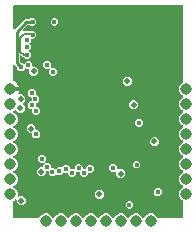
<source format=gbr>
G04 EAGLE Gerber RS-274X export*
G75*
%MOMM*%
%FSLAX34Y34*%
%LPD*%
%INCopper Layer 2*%
%IPPOS*%
%AMOC8*
5,1,8,0,0,1.08239X$1,22.5*%
G01*
%ADD10C,0.975000*%
%ADD11C,0.403200*%
%ADD12C,0.503200*%
%ADD13C,0.254000*%
%ADD14C,0.152400*%

G36*
X23873Y653D02*
X23873Y653D01*
X23989Y670D01*
X23995Y673D01*
X24001Y674D01*
X24103Y728D01*
X24208Y782D01*
X24213Y786D01*
X24218Y789D01*
X24298Y873D01*
X24380Y957D01*
X24384Y964D01*
X24388Y967D01*
X24395Y984D01*
X24461Y1104D01*
X24820Y1970D01*
X26549Y3699D01*
X28808Y4635D01*
X31253Y4635D01*
X33511Y3699D01*
X35240Y1970D01*
X35599Y1104D01*
X35660Y1005D01*
X35720Y905D01*
X35725Y900D01*
X35729Y895D01*
X35819Y821D01*
X35907Y745D01*
X35913Y742D01*
X35918Y738D01*
X36026Y697D01*
X36136Y653D01*
X36143Y652D01*
X36148Y650D01*
X36166Y649D01*
X36302Y634D01*
X36458Y634D01*
X36573Y653D01*
X36689Y670D01*
X36695Y673D01*
X36701Y674D01*
X36803Y728D01*
X36908Y782D01*
X36913Y786D01*
X36918Y789D01*
X36998Y873D01*
X37080Y957D01*
X37084Y964D01*
X37088Y967D01*
X37095Y984D01*
X37161Y1104D01*
X37520Y1970D01*
X39249Y3699D01*
X41508Y4635D01*
X43953Y4635D01*
X46211Y3699D01*
X47940Y1970D01*
X48299Y1104D01*
X48360Y1005D01*
X48420Y905D01*
X48425Y900D01*
X48429Y895D01*
X48519Y821D01*
X48607Y745D01*
X48613Y742D01*
X48618Y738D01*
X48726Y697D01*
X48836Y653D01*
X48843Y652D01*
X48848Y650D01*
X48866Y649D01*
X49002Y634D01*
X49158Y634D01*
X49273Y653D01*
X49389Y670D01*
X49395Y673D01*
X49401Y674D01*
X49503Y728D01*
X49608Y782D01*
X49613Y786D01*
X49618Y789D01*
X49698Y873D01*
X49780Y957D01*
X49784Y964D01*
X49788Y967D01*
X49795Y984D01*
X49861Y1104D01*
X50220Y1970D01*
X51949Y3699D01*
X54208Y4635D01*
X56653Y4635D01*
X58911Y3699D01*
X60640Y1970D01*
X60999Y1104D01*
X61060Y1005D01*
X61120Y905D01*
X61125Y900D01*
X61129Y895D01*
X61219Y821D01*
X61307Y745D01*
X61313Y742D01*
X61318Y738D01*
X61426Y697D01*
X61536Y653D01*
X61543Y652D01*
X61548Y650D01*
X61566Y649D01*
X61702Y634D01*
X61858Y634D01*
X61973Y653D01*
X62089Y670D01*
X62095Y673D01*
X62101Y674D01*
X62203Y728D01*
X62308Y782D01*
X62313Y786D01*
X62318Y789D01*
X62398Y873D01*
X62480Y957D01*
X62484Y964D01*
X62488Y967D01*
X62495Y984D01*
X62561Y1104D01*
X62920Y1970D01*
X64649Y3699D01*
X66908Y4635D01*
X69353Y4635D01*
X71611Y3699D01*
X73340Y1970D01*
X73699Y1104D01*
X73760Y1005D01*
X73820Y905D01*
X73825Y900D01*
X73829Y895D01*
X73919Y821D01*
X74007Y745D01*
X74013Y742D01*
X74018Y738D01*
X74126Y697D01*
X74236Y653D01*
X74243Y652D01*
X74248Y650D01*
X74266Y649D01*
X74402Y634D01*
X74558Y634D01*
X74673Y653D01*
X74789Y670D01*
X74795Y673D01*
X74801Y674D01*
X74903Y728D01*
X75008Y782D01*
X75013Y786D01*
X75018Y789D01*
X75098Y873D01*
X75180Y957D01*
X75184Y964D01*
X75188Y967D01*
X75195Y984D01*
X75261Y1104D01*
X75620Y1970D01*
X77349Y3699D01*
X79608Y4635D01*
X82053Y4635D01*
X84311Y3699D01*
X86040Y1970D01*
X86399Y1104D01*
X86460Y1005D01*
X86520Y905D01*
X86525Y900D01*
X86529Y895D01*
X86619Y821D01*
X86707Y745D01*
X86713Y742D01*
X86718Y738D01*
X86826Y697D01*
X86936Y653D01*
X86943Y652D01*
X86948Y650D01*
X86966Y649D01*
X87102Y634D01*
X87258Y634D01*
X87373Y653D01*
X87489Y670D01*
X87495Y673D01*
X87501Y674D01*
X87603Y728D01*
X87708Y782D01*
X87713Y786D01*
X87718Y789D01*
X87798Y873D01*
X87880Y957D01*
X87884Y964D01*
X87888Y967D01*
X87895Y984D01*
X87961Y1104D01*
X88320Y1970D01*
X90049Y3699D01*
X92308Y4635D01*
X94753Y4635D01*
X97011Y3699D01*
X98740Y1970D01*
X99099Y1104D01*
X99160Y1005D01*
X99220Y905D01*
X99225Y900D01*
X99229Y895D01*
X99319Y821D01*
X99407Y745D01*
X99413Y742D01*
X99418Y738D01*
X99526Y697D01*
X99636Y653D01*
X99643Y652D01*
X99648Y650D01*
X99666Y649D01*
X99802Y634D01*
X99958Y634D01*
X100073Y653D01*
X100189Y670D01*
X100195Y673D01*
X100201Y674D01*
X100303Y728D01*
X100408Y782D01*
X100413Y786D01*
X100418Y789D01*
X100498Y873D01*
X100580Y957D01*
X100584Y964D01*
X100588Y967D01*
X100595Y984D01*
X100661Y1104D01*
X101020Y1970D01*
X102749Y3699D01*
X105008Y4635D01*
X107453Y4635D01*
X109711Y3699D01*
X111440Y1970D01*
X111799Y1104D01*
X111860Y1005D01*
X111920Y905D01*
X111925Y900D01*
X111929Y895D01*
X112019Y821D01*
X112107Y745D01*
X112113Y742D01*
X112118Y738D01*
X112226Y697D01*
X112336Y653D01*
X112343Y652D01*
X112348Y650D01*
X112366Y649D01*
X112502Y634D01*
X112658Y634D01*
X112773Y653D01*
X112889Y670D01*
X112895Y673D01*
X112901Y674D01*
X113003Y728D01*
X113108Y782D01*
X113113Y786D01*
X113118Y789D01*
X113198Y873D01*
X113280Y957D01*
X113284Y964D01*
X113288Y967D01*
X113295Y984D01*
X113361Y1104D01*
X113720Y1970D01*
X115449Y3699D01*
X117708Y4635D01*
X120153Y4635D01*
X122411Y3699D01*
X124140Y1970D01*
X124499Y1104D01*
X124560Y1005D01*
X124620Y905D01*
X124625Y900D01*
X124629Y895D01*
X124719Y821D01*
X124807Y745D01*
X124813Y742D01*
X124818Y738D01*
X124926Y697D01*
X125036Y653D01*
X125043Y652D01*
X125048Y650D01*
X125066Y649D01*
X125202Y634D01*
X145837Y634D01*
X145856Y637D01*
X145876Y635D01*
X145977Y657D01*
X146079Y674D01*
X146097Y683D01*
X146116Y687D01*
X146205Y741D01*
X146297Y789D01*
X146310Y803D01*
X146327Y814D01*
X146395Y892D01*
X146466Y967D01*
X146474Y985D01*
X146487Y1001D01*
X146526Y1097D01*
X146570Y1190D01*
X146572Y1210D01*
X146579Y1229D01*
X146598Y1395D01*
X146598Y15127D01*
X146596Y15135D01*
X146597Y15137D01*
X146594Y15151D01*
X146579Y15241D01*
X146562Y15358D01*
X146559Y15363D01*
X146558Y15369D01*
X146504Y15472D01*
X146450Y15577D01*
X146446Y15581D01*
X146443Y15587D01*
X146359Y15667D01*
X146275Y15749D01*
X146268Y15753D01*
X146265Y15756D01*
X146248Y15764D01*
X146128Y15830D01*
X145586Y16054D01*
X143857Y17783D01*
X142921Y20042D01*
X142921Y22487D01*
X143857Y24746D01*
X145586Y26475D01*
X146128Y26699D01*
X146227Y26761D01*
X146327Y26821D01*
X146332Y26825D01*
X146337Y26829D01*
X146411Y26918D01*
X146487Y27008D01*
X146490Y27013D01*
X146494Y27018D01*
X146535Y27126D01*
X146579Y27236D01*
X146580Y27243D01*
X146582Y27248D01*
X146583Y27266D01*
X146598Y27402D01*
X146598Y27827D01*
X146579Y27941D01*
X146562Y28058D01*
X146559Y28063D01*
X146558Y28069D01*
X146504Y28172D01*
X146450Y28277D01*
X146446Y28281D01*
X146443Y28287D01*
X146359Y28367D01*
X146275Y28449D01*
X146268Y28453D01*
X146265Y28456D01*
X146248Y28464D01*
X146128Y28530D01*
X145586Y28754D01*
X143857Y30483D01*
X142921Y32742D01*
X142921Y35187D01*
X143857Y37446D01*
X145586Y39175D01*
X146128Y39399D01*
X146227Y39461D01*
X146327Y39521D01*
X146332Y39525D01*
X146337Y39529D01*
X146411Y39618D01*
X146487Y39708D01*
X146490Y39713D01*
X146494Y39718D01*
X146535Y39826D01*
X146579Y39936D01*
X146580Y39943D01*
X146582Y39948D01*
X146583Y39966D01*
X146598Y40102D01*
X146598Y40527D01*
X146579Y40641D01*
X146562Y40758D01*
X146559Y40763D01*
X146558Y40769D01*
X146504Y40872D01*
X146450Y40977D01*
X146446Y40981D01*
X146443Y40987D01*
X146359Y41067D01*
X146275Y41149D01*
X146268Y41153D01*
X146265Y41156D01*
X146248Y41164D01*
X146128Y41230D01*
X145586Y41454D01*
X143857Y43183D01*
X142921Y45442D01*
X142921Y47887D01*
X143857Y50146D01*
X145586Y51875D01*
X146128Y52099D01*
X146227Y52161D01*
X146327Y52221D01*
X146332Y52225D01*
X146337Y52229D01*
X146411Y52318D01*
X146487Y52408D01*
X146490Y52413D01*
X146494Y52418D01*
X146535Y52526D01*
X146579Y52636D01*
X146580Y52643D01*
X146582Y52648D01*
X146583Y52666D01*
X146598Y52802D01*
X146598Y53227D01*
X146579Y53341D01*
X146562Y53458D01*
X146559Y53463D01*
X146558Y53469D01*
X146504Y53572D01*
X146450Y53677D01*
X146446Y53681D01*
X146443Y53687D01*
X146359Y53767D01*
X146275Y53849D01*
X146268Y53853D01*
X146265Y53856D01*
X146248Y53864D01*
X146128Y53930D01*
X145586Y54154D01*
X143857Y55883D01*
X142921Y58142D01*
X142921Y60587D01*
X143857Y62846D01*
X145586Y64575D01*
X146128Y64799D01*
X146227Y64861D01*
X146327Y64921D01*
X146332Y64925D01*
X146337Y64929D01*
X146411Y65018D01*
X146487Y65108D01*
X146490Y65113D01*
X146494Y65118D01*
X146535Y65226D01*
X146579Y65336D01*
X146580Y65343D01*
X146582Y65348D01*
X146583Y65366D01*
X146598Y65502D01*
X146598Y65927D01*
X146579Y66041D01*
X146562Y66158D01*
X146559Y66163D01*
X146558Y66169D01*
X146504Y66272D01*
X146450Y66377D01*
X146446Y66381D01*
X146443Y66387D01*
X146359Y66467D01*
X146275Y66549D01*
X146268Y66553D01*
X146265Y66556D01*
X146248Y66564D01*
X146128Y66630D01*
X145586Y66854D01*
X143857Y68583D01*
X142921Y70842D01*
X142921Y73287D01*
X143857Y75546D01*
X145586Y77275D01*
X146128Y77499D01*
X146226Y77560D01*
X146327Y77621D01*
X146332Y77625D01*
X146337Y77629D01*
X146411Y77718D01*
X146487Y77808D01*
X146490Y77813D01*
X146494Y77818D01*
X146535Y77926D01*
X146579Y78036D01*
X146580Y78043D01*
X146582Y78048D01*
X146583Y78066D01*
X146598Y78202D01*
X146598Y78627D01*
X146579Y78741D01*
X146562Y78858D01*
X146559Y78863D01*
X146558Y78869D01*
X146504Y78972D01*
X146450Y79077D01*
X146446Y79081D01*
X146443Y79087D01*
X146359Y79167D01*
X146275Y79249D01*
X146268Y79253D01*
X146265Y79256D01*
X146248Y79264D01*
X146128Y79330D01*
X145586Y79554D01*
X143857Y81283D01*
X142921Y83542D01*
X142921Y85987D01*
X143857Y88246D01*
X145586Y89975D01*
X146128Y90199D01*
X146227Y90261D01*
X146327Y90321D01*
X146332Y90325D01*
X146337Y90329D01*
X146411Y90418D01*
X146487Y90508D01*
X146490Y90513D01*
X146494Y90518D01*
X146535Y90626D01*
X146579Y90736D01*
X146580Y90743D01*
X146582Y90748D01*
X146583Y90766D01*
X146598Y90902D01*
X146598Y91327D01*
X146579Y91441D01*
X146562Y91558D01*
X146559Y91563D01*
X146558Y91569D01*
X146504Y91672D01*
X146450Y91777D01*
X146446Y91781D01*
X146443Y91787D01*
X146359Y91867D01*
X146275Y91949D01*
X146268Y91953D01*
X146265Y91956D01*
X146248Y91964D01*
X146128Y92030D01*
X145586Y92254D01*
X143857Y93983D01*
X142921Y96242D01*
X142921Y98687D01*
X143857Y100946D01*
X145586Y102675D01*
X146128Y102899D01*
X146227Y102961D01*
X146327Y103021D01*
X146332Y103025D01*
X146337Y103029D01*
X146411Y103118D01*
X146487Y103208D01*
X146490Y103213D01*
X146494Y103218D01*
X146535Y103326D01*
X146579Y103436D01*
X146580Y103443D01*
X146582Y103448D01*
X146583Y103466D01*
X146598Y103602D01*
X146598Y104027D01*
X146579Y104141D01*
X146562Y104258D01*
X146559Y104263D01*
X146558Y104269D01*
X146504Y104372D01*
X146450Y104477D01*
X146446Y104481D01*
X146443Y104487D01*
X146359Y104567D01*
X146275Y104649D01*
X146268Y104653D01*
X146265Y104656D01*
X146248Y104664D01*
X146128Y104730D01*
X145586Y104954D01*
X143857Y106683D01*
X142921Y108942D01*
X142921Y111387D01*
X143857Y113646D01*
X145586Y115375D01*
X146128Y115599D01*
X146227Y115661D01*
X146327Y115721D01*
X146332Y115725D01*
X146337Y115729D01*
X146411Y115818D01*
X146487Y115908D01*
X146490Y115913D01*
X146494Y115918D01*
X146535Y116026D01*
X146579Y116136D01*
X146580Y116143D01*
X146582Y116148D01*
X146583Y116166D01*
X146598Y116302D01*
X146598Y180019D01*
X146595Y180038D01*
X146597Y180058D01*
X146575Y180159D01*
X146558Y180261D01*
X146549Y180279D01*
X146545Y180299D01*
X146491Y180388D01*
X146443Y180479D01*
X146429Y180493D01*
X146418Y180510D01*
X146340Y180577D01*
X146265Y180648D01*
X146247Y180657D01*
X146231Y180670D01*
X146135Y180708D01*
X146042Y180752D01*
X146022Y180754D01*
X146003Y180762D01*
X145837Y180780D01*
X3335Y180780D01*
X3315Y180777D01*
X3295Y180779D01*
X3194Y180757D01*
X3092Y180740D01*
X3074Y180731D01*
X3055Y180727D01*
X2966Y180673D01*
X2874Y180625D01*
X2861Y180611D01*
X2844Y180600D01*
X2776Y180522D01*
X2705Y180447D01*
X2697Y180429D01*
X2684Y180414D01*
X2645Y180317D01*
X2601Y180224D01*
X2599Y180204D01*
X2592Y180185D01*
X2573Y180019D01*
X2573Y161182D01*
X2585Y161111D01*
X2587Y161039D01*
X2605Y160990D01*
X2613Y160939D01*
X2647Y160876D01*
X2671Y160808D01*
X2704Y160768D01*
X2728Y160722D01*
X2780Y160672D01*
X2825Y160616D01*
X2869Y160588D01*
X2906Y160552D01*
X2971Y160522D01*
X3032Y160483D01*
X3082Y160471D01*
X3130Y160449D01*
X3201Y160441D01*
X3270Y160423D01*
X3322Y160427D01*
X3374Y160422D01*
X3444Y160437D01*
X3516Y160442D01*
X3563Y160463D01*
X3614Y160474D01*
X3676Y160511D01*
X3742Y160539D01*
X3798Y160583D01*
X3825Y160600D01*
X3841Y160618D01*
X3873Y160644D01*
X12770Y169541D01*
X16577Y169541D01*
X16667Y169555D01*
X16758Y169563D01*
X16788Y169575D01*
X16820Y169580D01*
X16901Y169623D01*
X16985Y169659D01*
X17017Y169685D01*
X17037Y169696D01*
X17060Y169719D01*
X17116Y169764D01*
X17639Y170287D01*
X20361Y170287D01*
X22287Y168361D01*
X22287Y165639D01*
X20361Y163713D01*
X17639Y163713D01*
X17116Y164236D01*
X17042Y164289D01*
X16972Y164349D01*
X16942Y164361D01*
X16916Y164380D01*
X16829Y164407D01*
X16744Y164441D01*
X16703Y164445D01*
X16681Y164452D01*
X16649Y164451D01*
X16577Y164459D01*
X15190Y164459D01*
X15100Y164445D01*
X15009Y164437D01*
X14979Y164425D01*
X14947Y164420D01*
X14867Y164377D01*
X14783Y164341D01*
X14751Y164315D01*
X14730Y164304D01*
X14708Y164281D01*
X14652Y164236D01*
X10666Y160250D01*
X10624Y160192D01*
X10574Y160140D01*
X10552Y160093D01*
X10522Y160050D01*
X10501Y159982D01*
X10471Y159917D01*
X10465Y159865D01*
X10450Y159815D01*
X10451Y159743D01*
X10444Y159672D01*
X10455Y159621D01*
X10456Y159569D01*
X10481Y159502D01*
X10496Y159432D01*
X10523Y159387D01*
X10540Y159338D01*
X10585Y159282D01*
X10622Y159221D01*
X10662Y159187D01*
X10694Y159146D01*
X10754Y159108D01*
X10809Y159061D01*
X10857Y159041D01*
X10901Y159013D01*
X10971Y158996D01*
X11037Y158969D01*
X11108Y158961D01*
X11140Y158953D01*
X11163Y158955D01*
X11204Y158950D01*
X16987Y158950D01*
X17077Y158965D01*
X17168Y158972D01*
X17198Y158985D01*
X17230Y158990D01*
X17310Y159033D01*
X17394Y159069D01*
X17426Y159094D01*
X17447Y159105D01*
X17468Y159128D01*
X17471Y159129D01*
X17474Y159133D01*
X17525Y159173D01*
X17639Y159287D01*
X20361Y159287D01*
X22287Y157361D01*
X22287Y154639D01*
X20361Y152713D01*
X18312Y152713D01*
X18292Y152710D01*
X18273Y152712D01*
X18171Y152690D01*
X18069Y152674D01*
X18052Y152664D01*
X18032Y152660D01*
X17943Y152607D01*
X17852Y152558D01*
X17838Y152544D01*
X17821Y152534D01*
X17754Y152455D01*
X17683Y152380D01*
X17674Y152362D01*
X17661Y152347D01*
X17622Y152251D01*
X17579Y152157D01*
X17577Y152137D01*
X17569Y152119D01*
X17551Y151952D01*
X17551Y150170D01*
X16485Y149104D01*
X16473Y149088D01*
X16457Y149075D01*
X16401Y148988D01*
X16341Y148904D01*
X16335Y148885D01*
X16324Y148869D01*
X16299Y148768D01*
X16269Y148669D01*
X16269Y148649D01*
X16264Y148630D01*
X16272Y148527D01*
X16275Y148423D01*
X16282Y148405D01*
X16283Y148385D01*
X16324Y148290D01*
X16359Y148192D01*
X16372Y148177D01*
X16380Y148158D01*
X16485Y148027D01*
X17486Y147026D01*
X17486Y144303D01*
X15990Y142807D01*
X15979Y142791D01*
X15963Y142779D01*
X15907Y142691D01*
X15847Y142608D01*
X15841Y142589D01*
X15830Y142572D01*
X15805Y142471D01*
X15774Y142373D01*
X15775Y142353D01*
X15770Y142333D01*
X15778Y142230D01*
X15781Y142127D01*
X15788Y142108D01*
X15789Y142088D01*
X15830Y141993D01*
X15865Y141896D01*
X15878Y141880D01*
X15886Y141862D01*
X15990Y141731D01*
X17361Y140360D01*
X17361Y137638D01*
X15436Y135712D01*
X12713Y135712D01*
X11682Y136743D01*
X11608Y136796D01*
X11538Y136856D01*
X11508Y136868D01*
X11482Y136887D01*
X11395Y136914D01*
X11310Y136948D01*
X11269Y136952D01*
X11247Y136959D01*
X11215Y136958D01*
X11144Y136966D01*
X10459Y136966D01*
X9243Y138183D01*
X9184Y138225D01*
X9132Y138274D01*
X9085Y138296D01*
X9043Y138326D01*
X8974Y138347D01*
X8909Y138378D01*
X8858Y138383D01*
X8808Y138399D01*
X8736Y138397D01*
X8665Y138405D01*
X8614Y138394D01*
X8562Y138392D01*
X8495Y138368D01*
X8425Y138353D01*
X8380Y138326D01*
X8331Y138308D01*
X8275Y138263D01*
X8213Y138226D01*
X8180Y138187D01*
X8139Y138154D01*
X8100Y138094D01*
X8054Y138039D01*
X8034Y137991D01*
X8006Y137947D01*
X7988Y137878D01*
X7962Y137811D01*
X7954Y137740D01*
X7946Y137709D01*
X7948Y137685D01*
X7943Y137645D01*
X7943Y133699D01*
X7958Y133609D01*
X7965Y133518D01*
X7978Y133488D01*
X7983Y133456D01*
X8026Y133376D01*
X8061Y133292D01*
X8087Y133260D01*
X8098Y133239D01*
X8121Y133217D01*
X8166Y133161D01*
X9184Y132143D01*
X9258Y132090D01*
X9327Y132030D01*
X9357Y132018D01*
X9384Y131999D01*
X9471Y131973D01*
X9555Y131938D01*
X9596Y131934D01*
X9619Y131927D01*
X9651Y131928D01*
X9722Y131920D01*
X10462Y131920D01*
X11079Y131303D01*
X11095Y131292D01*
X11107Y131276D01*
X11194Y131220D01*
X11278Y131160D01*
X11297Y131154D01*
X11314Y131143D01*
X11415Y131118D01*
X11513Y131087D01*
X11533Y131088D01*
X11553Y131083D01*
X11656Y131091D01*
X11759Y131094D01*
X11778Y131101D01*
X11798Y131102D01*
X11893Y131143D01*
X11990Y131178D01*
X12006Y131191D01*
X12024Y131198D01*
X12155Y131303D01*
X14139Y133287D01*
X16861Y133287D01*
X18787Y131361D01*
X18787Y129513D01*
X18790Y129493D01*
X18788Y129474D01*
X18810Y129372D01*
X18826Y129270D01*
X18836Y129253D01*
X18840Y129233D01*
X18893Y129144D01*
X18942Y129053D01*
X18956Y129039D01*
X18966Y129022D01*
X19045Y128955D01*
X19120Y128884D01*
X19138Y128875D01*
X19153Y128862D01*
X19249Y128824D01*
X19343Y128780D01*
X19363Y128778D01*
X19381Y128770D01*
X19548Y128752D01*
X21436Y128752D01*
X23655Y126534D01*
X23655Y123397D01*
X21436Y121178D01*
X18299Y121178D01*
X16081Y123397D01*
X16081Y125952D01*
X16078Y125972D01*
X16080Y125991D01*
X16058Y126093D01*
X16041Y126195D01*
X16032Y126212D01*
X16028Y126232D01*
X15975Y126321D01*
X15926Y126412D01*
X15912Y126426D01*
X15902Y126443D01*
X15823Y126510D01*
X15748Y126582D01*
X15730Y126590D01*
X15715Y126603D01*
X15618Y126642D01*
X15525Y126685D01*
X15505Y126687D01*
X15487Y126695D01*
X15320Y126713D01*
X14139Y126713D01*
X13522Y127330D01*
X13506Y127342D01*
X13493Y127357D01*
X13406Y127413D01*
X13322Y127474D01*
X13303Y127479D01*
X13286Y127490D01*
X13186Y127515D01*
X13087Y127546D01*
X13067Y127545D01*
X13048Y127550D01*
X12945Y127542D01*
X12841Y127540D01*
X12822Y127533D01*
X12803Y127531D01*
X12708Y127491D01*
X12610Y127455D01*
X12595Y127443D01*
X12576Y127435D01*
X12445Y127330D01*
X10462Y125347D01*
X7739Y125347D01*
X5814Y127272D01*
X5814Y128012D01*
X5799Y128102D01*
X5792Y128193D01*
X5779Y128222D01*
X5774Y128254D01*
X5731Y128335D01*
X5696Y128419D01*
X5670Y128451D01*
X5659Y128472D01*
X5636Y128494D01*
X5591Y128550D01*
X3873Y130268D01*
X3815Y130310D01*
X3763Y130359D01*
X3715Y130381D01*
X3673Y130411D01*
X3605Y130432D01*
X3540Y130463D01*
X3488Y130468D01*
X3438Y130484D01*
X3366Y130482D01*
X3295Y130490D01*
X3244Y130479D01*
X3192Y130477D01*
X3125Y130453D01*
X3055Y130437D01*
X3010Y130411D01*
X2961Y130393D01*
X2905Y130348D01*
X2844Y130311D01*
X2810Y130272D01*
X2769Y130239D01*
X2730Y130179D01*
X2684Y130124D01*
X2664Y130076D01*
X2636Y130032D01*
X2619Y129963D01*
X2592Y129896D01*
X2584Y129825D01*
X2576Y129794D01*
X2578Y129770D01*
X2573Y129729D01*
X2573Y117490D01*
X2592Y117375D01*
X2609Y117259D01*
X2612Y117253D01*
X2613Y117247D01*
X2667Y117145D01*
X2721Y117039D01*
X2725Y117035D01*
X2728Y117029D01*
X2812Y116950D01*
X2896Y116867D01*
X2903Y116864D01*
X2906Y116860D01*
X2923Y116852D01*
X3043Y116786D01*
X3759Y116490D01*
X4974Y115678D01*
X6007Y114645D01*
X6818Y113431D01*
X7377Y112081D01*
X7505Y111441D01*
X3335Y111441D01*
X3315Y111438D01*
X3295Y111440D01*
X3194Y111418D01*
X3092Y111401D01*
X3074Y111392D01*
X3055Y111388D01*
X2966Y111335D01*
X2874Y111286D01*
X2861Y111272D01*
X2844Y111262D01*
X2776Y111183D01*
X2705Y111108D01*
X2697Y111090D01*
X2684Y111075D01*
X2645Y110979D01*
X2601Y110885D01*
X2599Y110865D01*
X2592Y110847D01*
X2573Y110680D01*
X2573Y109156D01*
X2576Y109136D01*
X2574Y109116D01*
X2596Y109015D01*
X2613Y108913D01*
X2622Y108896D01*
X2627Y108876D01*
X2680Y108787D01*
X2728Y108696D01*
X2743Y108682D01*
X2753Y108665D01*
X2831Y108598D01*
X2906Y108526D01*
X2924Y108518D01*
X2940Y108505D01*
X3036Y108466D01*
X3130Y108423D01*
X3149Y108421D01*
X3168Y108413D01*
X3335Y108395D01*
X7505Y108395D01*
X7377Y107755D01*
X6872Y106534D01*
X6861Y106489D01*
X6842Y106448D01*
X6833Y106370D01*
X6815Y106294D01*
X6820Y106249D01*
X6815Y106203D01*
X6831Y106127D01*
X6839Y106050D01*
X6857Y106008D01*
X6867Y105963D01*
X6907Y105896D01*
X6939Y105825D01*
X6970Y105791D01*
X6993Y105752D01*
X7052Y105701D01*
X7105Y105644D01*
X7145Y105622D01*
X7180Y105592D01*
X7252Y105563D01*
X7320Y105525D01*
X7366Y105517D01*
X7408Y105500D01*
X7544Y105485D01*
X7563Y105481D01*
X7568Y105482D01*
X7575Y105481D01*
X10435Y105481D01*
X12653Y103263D01*
X12653Y100126D01*
X10690Y98163D01*
X10679Y98147D01*
X10663Y98135D01*
X10607Y98048D01*
X10547Y97964D01*
X10541Y97945D01*
X10530Y97928D01*
X10505Y97827D01*
X10475Y97729D01*
X10475Y97709D01*
X10470Y97689D01*
X10478Y97586D01*
X10481Y97483D01*
X10488Y97464D01*
X10489Y97444D01*
X10530Y97349D01*
X10565Y97252D01*
X10578Y97236D01*
X10586Y97218D01*
X10690Y97087D01*
X12493Y95284D01*
X12493Y92147D01*
X10275Y89929D01*
X7138Y89929D01*
X4932Y92135D01*
X4916Y92147D01*
X4903Y92162D01*
X4816Y92218D01*
X4732Y92279D01*
X4713Y92285D01*
X4696Y92295D01*
X4596Y92321D01*
X4497Y92351D01*
X4477Y92350D01*
X4458Y92355D01*
X4355Y92347D01*
X4251Y92345D01*
X4232Y92338D01*
X4212Y92336D01*
X4117Y92296D01*
X4020Y92260D01*
X4004Y92248D01*
X3986Y92240D01*
X3855Y92135D01*
X3728Y92008D01*
X3043Y91724D01*
X2943Y91662D01*
X2844Y91603D01*
X2840Y91598D01*
X2834Y91595D01*
X2759Y91504D01*
X2684Y91416D01*
X2681Y91410D01*
X2677Y91405D01*
X2636Y91297D01*
X2592Y91188D01*
X2591Y91180D01*
X2589Y91176D01*
X2588Y91157D01*
X2573Y91021D01*
X2573Y90715D01*
X2592Y90600D01*
X2609Y90484D01*
X2612Y90478D01*
X2613Y90472D01*
X2667Y90370D01*
X2721Y90265D01*
X2725Y90260D01*
X2728Y90255D01*
X2812Y90175D01*
X2896Y90093D01*
X2903Y90089D01*
X2906Y90085D01*
X2923Y90078D01*
X3043Y90012D01*
X3728Y89728D01*
X5457Y87999D01*
X6392Y85740D01*
X6392Y83295D01*
X5457Y81037D01*
X3728Y79308D01*
X3043Y79024D01*
X2943Y78962D01*
X2844Y78903D01*
X2840Y78898D01*
X2834Y78895D01*
X2759Y78804D01*
X2684Y78716D01*
X2681Y78710D01*
X2677Y78705D01*
X2636Y78597D01*
X2592Y78488D01*
X2591Y78480D01*
X2589Y78476D01*
X2588Y78457D01*
X2573Y78321D01*
X2573Y78015D01*
X2592Y77900D01*
X2609Y77784D01*
X2612Y77778D01*
X2613Y77772D01*
X2667Y77670D01*
X2721Y77565D01*
X2725Y77560D01*
X2728Y77555D01*
X2812Y77475D01*
X2896Y77393D01*
X2903Y77389D01*
X2906Y77385D01*
X2923Y77378D01*
X3043Y77312D01*
X3728Y77028D01*
X5457Y75299D01*
X6392Y73040D01*
X6392Y70595D01*
X5457Y68337D01*
X3728Y66608D01*
X3043Y66324D01*
X2943Y66262D01*
X2844Y66203D01*
X2840Y66198D01*
X2834Y66195D01*
X2759Y66104D01*
X2684Y66016D01*
X2681Y66010D01*
X2677Y66005D01*
X2636Y65897D01*
X2592Y65788D01*
X2591Y65780D01*
X2589Y65776D01*
X2588Y65757D01*
X2573Y65621D01*
X2573Y65315D01*
X2575Y65306D01*
X2574Y65301D01*
X2579Y65278D01*
X2592Y65200D01*
X2609Y65084D01*
X2612Y65078D01*
X2613Y65072D01*
X2667Y64970D01*
X2721Y64865D01*
X2725Y64860D01*
X2728Y64855D01*
X2812Y64775D01*
X2896Y64693D01*
X2903Y64689D01*
X2906Y64685D01*
X2923Y64678D01*
X3043Y64612D01*
X3728Y64328D01*
X5457Y62599D01*
X6392Y60340D01*
X6392Y57895D01*
X5457Y55637D01*
X3728Y53908D01*
X3043Y53624D01*
X2943Y53562D01*
X2844Y53503D01*
X2840Y53498D01*
X2834Y53495D01*
X2759Y53404D01*
X2684Y53316D01*
X2681Y53310D01*
X2677Y53305D01*
X2636Y53197D01*
X2592Y53088D01*
X2591Y53080D01*
X2589Y53076D01*
X2588Y53057D01*
X2573Y52921D01*
X2573Y52615D01*
X2592Y52500D01*
X2609Y52384D01*
X2612Y52378D01*
X2613Y52372D01*
X2667Y52270D01*
X2721Y52165D01*
X2725Y52160D01*
X2728Y52155D01*
X2812Y52075D01*
X2896Y51993D01*
X2903Y51989D01*
X2906Y51985D01*
X2923Y51978D01*
X3043Y51912D01*
X3728Y51628D01*
X5457Y49899D01*
X6392Y47640D01*
X6392Y45195D01*
X5457Y42937D01*
X3728Y41208D01*
X3043Y40924D01*
X2943Y40862D01*
X2941Y40861D01*
X2874Y40826D01*
X2864Y40815D01*
X2844Y40803D01*
X2840Y40798D01*
X2834Y40795D01*
X2761Y40706D01*
X2705Y40647D01*
X2698Y40633D01*
X2684Y40616D01*
X2681Y40610D01*
X2677Y40605D01*
X2639Y40504D01*
X2601Y40424D01*
X2599Y40407D01*
X2592Y40388D01*
X2591Y40380D01*
X2589Y40376D01*
X2588Y40357D01*
X2573Y40221D01*
X2573Y39915D01*
X2592Y39800D01*
X2609Y39684D01*
X2612Y39678D01*
X2613Y39672D01*
X2667Y39570D01*
X2721Y39465D01*
X2725Y39460D01*
X2728Y39455D01*
X2812Y39375D01*
X2896Y39293D01*
X2903Y39289D01*
X2906Y39285D01*
X2923Y39278D01*
X3043Y39212D01*
X3728Y38928D01*
X5457Y37199D01*
X6392Y34940D01*
X6392Y32495D01*
X5457Y30237D01*
X3728Y28508D01*
X3043Y28224D01*
X2943Y28162D01*
X2844Y28103D01*
X2840Y28098D01*
X2834Y28095D01*
X2759Y28004D01*
X2684Y27916D01*
X2681Y27910D01*
X2677Y27905D01*
X2636Y27797D01*
X2592Y27688D01*
X2591Y27680D01*
X2589Y27676D01*
X2588Y27657D01*
X2573Y27521D01*
X2573Y27215D01*
X2592Y27100D01*
X2609Y26984D01*
X2612Y26978D01*
X2613Y26972D01*
X2667Y26870D01*
X2721Y26765D01*
X2725Y26760D01*
X2728Y26755D01*
X2812Y26675D01*
X2896Y26593D01*
X2903Y26589D01*
X2906Y26585D01*
X2923Y26578D01*
X3043Y26512D01*
X3728Y26228D01*
X5457Y24499D01*
X6392Y22240D01*
X6392Y19685D01*
X6404Y19614D01*
X6406Y19542D01*
X6424Y19493D01*
X6432Y19442D01*
X6466Y19379D01*
X6490Y19311D01*
X6523Y19271D01*
X6547Y19225D01*
X6599Y19175D01*
X6644Y19119D01*
X6688Y19091D01*
X6726Y19055D01*
X6791Y19025D01*
X6851Y18986D01*
X6901Y18974D01*
X6949Y18952D01*
X7020Y18944D01*
X7089Y18926D01*
X7141Y18930D01*
X7193Y18925D01*
X7263Y18940D01*
X7335Y18945D01*
X7383Y18966D01*
X7433Y18977D01*
X7495Y19014D01*
X7561Y19042D01*
X7617Y19087D01*
X7645Y19103D01*
X7660Y19121D01*
X7692Y19147D01*
X7829Y19284D01*
X10967Y19284D01*
X13185Y17066D01*
X13185Y13929D01*
X10967Y11711D01*
X7829Y11711D01*
X5611Y13929D01*
X5611Y15853D01*
X5600Y15924D01*
X5598Y15996D01*
X5580Y16045D01*
X5571Y16096D01*
X5538Y16159D01*
X5513Y16227D01*
X5481Y16267D01*
X5456Y16313D01*
X5404Y16363D01*
X5360Y16419D01*
X5316Y16447D01*
X5278Y16483D01*
X5213Y16513D01*
X5153Y16552D01*
X5102Y16565D01*
X5055Y16586D01*
X4984Y16594D01*
X4914Y16612D01*
X4862Y16608D01*
X4811Y16614D01*
X4740Y16598D01*
X4669Y16593D01*
X4621Y16572D01*
X4570Y16561D01*
X4509Y16525D01*
X4443Y16496D01*
X4387Y16452D01*
X4359Y16435D01*
X4344Y16417D01*
X4312Y16392D01*
X3728Y15808D01*
X3043Y15524D01*
X2943Y15462D01*
X2844Y15403D01*
X2840Y15398D01*
X2834Y15395D01*
X2759Y15304D01*
X2684Y15216D01*
X2681Y15210D01*
X2677Y15205D01*
X2636Y15097D01*
X2592Y14988D01*
X2591Y14980D01*
X2589Y14976D01*
X2588Y14957D01*
X2573Y14821D01*
X2573Y1395D01*
X2576Y1376D01*
X2574Y1356D01*
X2596Y1255D01*
X2613Y1153D01*
X2622Y1135D01*
X2627Y1116D01*
X2680Y1027D01*
X2728Y935D01*
X2743Y922D01*
X2753Y905D01*
X2831Y837D01*
X2906Y766D01*
X2924Y758D01*
X2940Y745D01*
X3036Y706D01*
X3130Y662D01*
X3149Y660D01*
X3168Y653D01*
X3335Y634D01*
X23758Y634D01*
X23873Y653D01*
G37*
%LPC*%
G36*
X61280Y35807D02*
X61280Y35807D01*
X59355Y37733D01*
X59355Y38952D01*
X59351Y38972D01*
X59354Y38991D01*
X59332Y39093D01*
X59315Y39195D01*
X59306Y39212D01*
X59301Y39232D01*
X59248Y39321D01*
X59200Y39412D01*
X59185Y39426D01*
X59175Y39443D01*
X59097Y39510D01*
X59022Y39582D01*
X59003Y39590D01*
X58988Y39603D01*
X58892Y39642D01*
X58798Y39685D01*
X58779Y39687D01*
X58760Y39695D01*
X58593Y39713D01*
X56653Y39713D01*
X56633Y39710D01*
X56613Y39712D01*
X56512Y39690D01*
X56410Y39674D01*
X56392Y39664D01*
X56373Y39660D01*
X56284Y39607D01*
X56193Y39558D01*
X56179Y39544D01*
X56162Y39534D01*
X56094Y39455D01*
X56023Y39380D01*
X56015Y39362D01*
X56002Y39347D01*
X55963Y39251D01*
X55920Y39157D01*
X55917Y39137D01*
X55910Y39119D01*
X55891Y38952D01*
X55891Y37827D01*
X53966Y35902D01*
X51243Y35902D01*
X49318Y37827D01*
X49318Y38141D01*
X49315Y38161D01*
X49317Y38180D01*
X49295Y38282D01*
X49278Y38384D01*
X49269Y38401D01*
X49265Y38421D01*
X49211Y38510D01*
X49163Y38601D01*
X49149Y38615D01*
X49138Y38632D01*
X49060Y38699D01*
X48985Y38770D01*
X48967Y38779D01*
X48952Y38792D01*
X48855Y38831D01*
X48762Y38874D01*
X48742Y38876D01*
X48723Y38884D01*
X48557Y38902D01*
X46071Y38902D01*
X45945Y39028D01*
X45929Y39039D01*
X45917Y39055D01*
X45829Y39111D01*
X45746Y39171D01*
X45727Y39177D01*
X45710Y39188D01*
X45609Y39213D01*
X45510Y39244D01*
X45491Y39243D01*
X45471Y39248D01*
X45368Y39240D01*
X45265Y39237D01*
X45246Y39230D01*
X45226Y39229D01*
X45131Y39189D01*
X45034Y39153D01*
X45018Y39140D01*
X45000Y39133D01*
X44869Y39028D01*
X43114Y37273D01*
X40391Y37273D01*
X39776Y37888D01*
X39760Y37899D01*
X39747Y37915D01*
X39660Y37971D01*
X39576Y38031D01*
X39557Y38037D01*
X39540Y38048D01*
X39440Y38073D01*
X39341Y38104D01*
X39321Y38103D01*
X39302Y38108D01*
X39199Y38100D01*
X39095Y38097D01*
X39076Y38090D01*
X39057Y38089D01*
X38962Y38049D01*
X38864Y38013D01*
X38849Y38000D01*
X38830Y37993D01*
X38699Y37888D01*
X37163Y36351D01*
X34440Y36351D01*
X32515Y38277D01*
X32515Y40034D01*
X32512Y40054D01*
X32514Y40073D01*
X32492Y40175D01*
X32475Y40277D01*
X32466Y40294D01*
X32462Y40314D01*
X32408Y40403D01*
X32360Y40494D01*
X32346Y40508D01*
X32335Y40525D01*
X32257Y40592D01*
X32182Y40663D01*
X32164Y40672D01*
X32149Y40685D01*
X32052Y40724D01*
X31959Y40767D01*
X31939Y40769D01*
X31920Y40777D01*
X31754Y40795D01*
X31046Y40795D01*
X31027Y40792D01*
X31007Y40794D01*
X30906Y40772D01*
X30804Y40755D01*
X30786Y40746D01*
X30767Y40742D01*
X30678Y40689D01*
X30586Y40640D01*
X30573Y40626D01*
X30555Y40616D01*
X30488Y40537D01*
X30417Y40462D01*
X30409Y40444D01*
X30396Y40429D01*
X30357Y40333D01*
X30313Y40239D01*
X30311Y40219D01*
X30304Y40201D01*
X30285Y40034D01*
X30285Y38277D01*
X28067Y36059D01*
X24930Y36059D01*
X22712Y38277D01*
X22712Y41414D01*
X24930Y43632D01*
X27267Y43632D01*
X27287Y43635D01*
X27306Y43633D01*
X27408Y43655D01*
X27510Y43672D01*
X27527Y43681D01*
X27547Y43685D01*
X27636Y43739D01*
X27727Y43787D01*
X27741Y43801D01*
X27758Y43812D01*
X27825Y43890D01*
X27896Y43965D01*
X27905Y43983D01*
X27918Y43998D01*
X27956Y44095D01*
X28000Y44188D01*
X28002Y44208D01*
X28010Y44227D01*
X28028Y44393D01*
X28028Y45443D01*
X28998Y46414D01*
X29040Y46472D01*
X29090Y46524D01*
X29112Y46571D01*
X29142Y46613D01*
X29163Y46682D01*
X29193Y46747D01*
X29199Y46799D01*
X29214Y46849D01*
X29213Y46920D01*
X29220Y46991D01*
X29209Y47042D01*
X29208Y47094D01*
X29183Y47162D01*
X29168Y47232D01*
X29141Y47277D01*
X29124Y47325D01*
X29079Y47381D01*
X29042Y47443D01*
X29002Y47477D01*
X28970Y47517D01*
X28910Y47556D01*
X28855Y47603D01*
X28807Y47622D01*
X28763Y47650D01*
X28693Y47668D01*
X28627Y47695D01*
X28556Y47703D01*
X28524Y47711D01*
X28501Y47709D01*
X28460Y47713D01*
X25639Y47713D01*
X23713Y49639D01*
X23713Y52361D01*
X25639Y54287D01*
X28361Y54287D01*
X30287Y52361D01*
X30287Y49639D01*
X29316Y48668D01*
X29275Y48610D01*
X29225Y48558D01*
X29203Y48511D01*
X29173Y48469D01*
X29152Y48400D01*
X29122Y48335D01*
X29116Y48283D01*
X29100Y48233D01*
X29102Y48162D01*
X29094Y48090D01*
X29105Y48040D01*
X29107Y47988D01*
X29131Y47920D01*
X29147Y47850D01*
X29173Y47805D01*
X29191Y47757D01*
X29236Y47700D01*
X29273Y47639D01*
X29312Y47605D01*
X29345Y47564D01*
X29405Y47526D01*
X29460Y47479D01*
X29508Y47460D01*
X29552Y47431D01*
X29621Y47414D01*
X29688Y47387D01*
X29759Y47379D01*
X29790Y47371D01*
X29814Y47373D01*
X29855Y47369D01*
X32676Y47369D01*
X34602Y45443D01*
X34602Y43686D01*
X34605Y43666D01*
X34603Y43647D01*
X34625Y43545D01*
X34641Y43443D01*
X34651Y43426D01*
X34655Y43406D01*
X34708Y43317D01*
X34756Y43226D01*
X34771Y43212D01*
X34781Y43195D01*
X34860Y43128D01*
X34935Y43057D01*
X34953Y43048D01*
X34968Y43035D01*
X35064Y42997D01*
X35158Y42953D01*
X35178Y42951D01*
X35196Y42943D01*
X35363Y42925D01*
X37163Y42925D01*
X37778Y42310D01*
X37794Y42298D01*
X37807Y42283D01*
X37894Y42227D01*
X37978Y42166D01*
X37997Y42161D01*
X38014Y42150D01*
X38114Y42124D01*
X38213Y42094D01*
X38233Y42095D01*
X38252Y42090D01*
X38355Y42098D01*
X38459Y42100D01*
X38477Y42107D01*
X38497Y42109D01*
X38592Y42149D01*
X38690Y42185D01*
X38705Y42197D01*
X38724Y42205D01*
X38855Y42310D01*
X40391Y43846D01*
X43114Y43846D01*
X43239Y43721D01*
X43255Y43709D01*
X43268Y43693D01*
X43355Y43637D01*
X43439Y43577D01*
X43458Y43571D01*
X43475Y43560D01*
X43575Y43535D01*
X43674Y43505D01*
X43694Y43505D01*
X43713Y43500D01*
X43816Y43508D01*
X43920Y43511D01*
X43939Y43518D01*
X43959Y43520D01*
X44054Y43560D01*
X44151Y43596D01*
X44167Y43608D01*
X44185Y43616D01*
X44316Y43721D01*
X46071Y45476D01*
X48794Y45476D01*
X50719Y43550D01*
X50719Y43237D01*
X50720Y43228D01*
X50720Y43225D01*
X50722Y43216D01*
X50720Y43197D01*
X50742Y43096D01*
X50759Y42994D01*
X50768Y42977D01*
X50772Y42957D01*
X50826Y42868D01*
X50874Y42777D01*
X50888Y42763D01*
X50898Y42746D01*
X50977Y42679D01*
X51052Y42607D01*
X51070Y42599D01*
X51085Y42586D01*
X51182Y42547D01*
X51275Y42504D01*
X51295Y42502D01*
X51314Y42494D01*
X51480Y42476D01*
X53952Y42476D01*
X53972Y42479D01*
X53991Y42477D01*
X54093Y42499D01*
X54195Y42515D01*
X54212Y42525D01*
X54232Y42529D01*
X54321Y42582D01*
X54412Y42630D01*
X54426Y42645D01*
X54443Y42655D01*
X54510Y42734D01*
X54582Y42809D01*
X54590Y42827D01*
X54603Y42842D01*
X54642Y42938D01*
X54685Y43032D01*
X54687Y43052D01*
X54695Y43070D01*
X54713Y43237D01*
X54713Y44361D01*
X56639Y46287D01*
X59361Y46287D01*
X61287Y44361D01*
X61287Y43142D01*
X61290Y43122D01*
X61288Y43102D01*
X61310Y43001D01*
X61326Y42899D01*
X61336Y42882D01*
X61340Y42862D01*
X61393Y42773D01*
X61442Y42682D01*
X61456Y42668D01*
X61466Y42651D01*
X61545Y42584D01*
X61620Y42512D01*
X61638Y42504D01*
X61653Y42491D01*
X61749Y42452D01*
X61843Y42409D01*
X61863Y42407D01*
X61881Y42399D01*
X62048Y42381D01*
X63851Y42381D01*
X63870Y42384D01*
X63890Y42382D01*
X63991Y42404D01*
X64093Y42420D01*
X64111Y42430D01*
X64130Y42434D01*
X64220Y42487D01*
X64311Y42536D01*
X64324Y42550D01*
X64342Y42560D01*
X64409Y42639D01*
X64480Y42714D01*
X64489Y42732D01*
X64502Y42747D01*
X64540Y42843D01*
X64584Y42937D01*
X64586Y42957D01*
X64593Y42975D01*
X64612Y43142D01*
X64612Y43894D01*
X66537Y45819D01*
X69260Y45819D01*
X71185Y43894D01*
X71185Y41171D01*
X69260Y39246D01*
X66689Y39246D01*
X66670Y39243D01*
X66650Y39245D01*
X66549Y39223D01*
X66447Y39206D01*
X66429Y39197D01*
X66410Y39193D01*
X66321Y39139D01*
X66229Y39091D01*
X66216Y39077D01*
X66198Y39066D01*
X66131Y38988D01*
X66060Y38913D01*
X66052Y38895D01*
X66039Y38880D01*
X66000Y38783D01*
X65956Y38690D01*
X65954Y38670D01*
X65947Y38651D01*
X65928Y38485D01*
X65928Y37733D01*
X64003Y35807D01*
X61280Y35807D01*
G37*
%LPD*%
%LPC*%
G36*
X20455Y88198D02*
X20455Y88198D01*
X18530Y90123D01*
X18530Y92437D01*
X18526Y92456D01*
X18529Y92476D01*
X18507Y92577D01*
X18490Y92679D01*
X18481Y92697D01*
X18476Y92717D01*
X18423Y92806D01*
X18375Y92897D01*
X18360Y92911D01*
X18350Y92928D01*
X18271Y92995D01*
X18196Y93066D01*
X18178Y93075D01*
X18163Y93088D01*
X18067Y93126D01*
X17973Y93170D01*
X17954Y93172D01*
X17935Y93180D01*
X17768Y93198D01*
X17086Y93198D01*
X15161Y95123D01*
X15161Y97846D01*
X17086Y99771D01*
X17400Y99771D01*
X17419Y99775D01*
X17439Y99772D01*
X17540Y99794D01*
X17642Y99811D01*
X17660Y99820D01*
X17679Y99825D01*
X17768Y99878D01*
X17860Y99926D01*
X17873Y99941D01*
X17891Y99951D01*
X17958Y100030D01*
X18029Y100105D01*
X18037Y100123D01*
X18050Y100138D01*
X18089Y100234D01*
X18133Y100328D01*
X18135Y100347D01*
X18142Y100366D01*
X18161Y100533D01*
X18161Y102482D01*
X18158Y102502D01*
X18160Y102522D01*
X18138Y102623D01*
X18121Y102725D01*
X18112Y102743D01*
X18108Y102762D01*
X18054Y102851D01*
X18006Y102942D01*
X17992Y102956D01*
X17981Y102973D01*
X17903Y103041D01*
X17828Y103112D01*
X17810Y103120D01*
X17794Y103133D01*
X17698Y103172D01*
X17605Y103215D01*
X17585Y103218D01*
X17566Y103225D01*
X17400Y103244D01*
X16949Y103244D01*
X15024Y105169D01*
X15024Y107892D01*
X16949Y109817D01*
X19672Y109817D01*
X21598Y107892D01*
X21598Y105533D01*
X21601Y105513D01*
X21599Y105493D01*
X21621Y105392D01*
X21637Y105290D01*
X21647Y105272D01*
X21651Y105253D01*
X21704Y105164D01*
X21752Y105073D01*
X21767Y105059D01*
X21777Y105042D01*
X21856Y104974D01*
X21931Y104903D01*
X21949Y104895D01*
X21964Y104882D01*
X22060Y104843D01*
X22154Y104800D01*
X22174Y104797D01*
X22192Y104790D01*
X22359Y104771D01*
X22809Y104771D01*
X24734Y102846D01*
X24734Y100123D01*
X22809Y98198D01*
X22496Y98198D01*
X22476Y98195D01*
X22456Y98197D01*
X22355Y98175D01*
X22253Y98158D01*
X22235Y98149D01*
X22216Y98145D01*
X22127Y98091D01*
X22035Y98043D01*
X22022Y98029D01*
X22005Y98019D01*
X21937Y97940D01*
X21866Y97865D01*
X21858Y97847D01*
X21845Y97832D01*
X21806Y97735D01*
X21762Y97642D01*
X21760Y97622D01*
X21753Y97603D01*
X21734Y97437D01*
X21734Y95533D01*
X21738Y95513D01*
X21735Y95493D01*
X21757Y95392D01*
X21774Y95290D01*
X21783Y95272D01*
X21788Y95253D01*
X21841Y95164D01*
X21889Y95073D01*
X21904Y95059D01*
X21914Y95042D01*
X21993Y94974D01*
X22068Y94903D01*
X22086Y94895D01*
X22101Y94882D01*
X22197Y94843D01*
X22291Y94800D01*
X22310Y94797D01*
X22329Y94790D01*
X22496Y94771D01*
X23178Y94771D01*
X25103Y92846D01*
X25103Y90123D01*
X23178Y88198D01*
X20455Y88198D01*
G37*
%LPD*%
%LPC*%
G36*
X92043Y34623D02*
X92043Y34623D01*
X89825Y36842D01*
X89825Y39255D01*
X89813Y39327D01*
X89811Y39399D01*
X89794Y39447D01*
X89785Y39498D01*
X89752Y39562D01*
X89727Y39630D01*
X89694Y39670D01*
X89670Y39716D01*
X89618Y39765D01*
X89573Y39821D01*
X89529Y39849D01*
X89492Y39885D01*
X89426Y39915D01*
X89366Y39954D01*
X89316Y39967D01*
X89269Y39989D01*
X89197Y39997D01*
X89127Y40014D01*
X89076Y40010D01*
X89024Y40016D01*
X88954Y40000D01*
X88944Y40000D01*
X86008Y40000D01*
X84083Y41925D01*
X84083Y44648D01*
X86008Y46573D01*
X88731Y46573D01*
X90657Y44648D01*
X90657Y42648D01*
X90668Y42577D01*
X90670Y42506D01*
X90688Y42457D01*
X90696Y42405D01*
X90730Y42342D01*
X90755Y42275D01*
X90787Y42234D01*
X90811Y42188D01*
X90863Y42139D01*
X90908Y42083D01*
X90952Y42054D01*
X90990Y42019D01*
X91055Y41988D01*
X91115Y41950D01*
X91166Y41937D01*
X91213Y41915D01*
X91284Y41907D01*
X91354Y41890D01*
X91406Y41894D01*
X91457Y41888D01*
X91527Y41903D01*
X91599Y41909D01*
X91647Y41929D01*
X91698Y41940D01*
X91759Y41977D01*
X91825Y42005D01*
X91881Y42050D01*
X91909Y42066D01*
X91924Y42084D01*
X91956Y42110D01*
X92043Y42197D01*
X95180Y42197D01*
X97398Y39979D01*
X97398Y36842D01*
X95180Y34623D01*
X92043Y34623D01*
G37*
%LPD*%
%LPC*%
G36*
X20478Y68700D02*
X20478Y68700D01*
X18552Y70626D01*
X18552Y71937D01*
X18549Y71956D01*
X18551Y71976D01*
X18529Y72077D01*
X18513Y72179D01*
X18503Y72197D01*
X18499Y72217D01*
X18446Y72306D01*
X18398Y72397D01*
X18383Y72411D01*
X18373Y72428D01*
X18294Y72495D01*
X18219Y72566D01*
X18201Y72575D01*
X18186Y72588D01*
X18090Y72626D01*
X17996Y72670D01*
X17976Y72672D01*
X17958Y72680D01*
X17791Y72698D01*
X16083Y72698D01*
X13864Y74916D01*
X13864Y78053D01*
X16083Y80271D01*
X19220Y80271D01*
X21438Y78053D01*
X21438Y76035D01*
X21441Y76015D01*
X21439Y75996D01*
X21461Y75894D01*
X21478Y75792D01*
X21487Y75775D01*
X21491Y75755D01*
X21544Y75666D01*
X21593Y75575D01*
X21607Y75561D01*
X21617Y75544D01*
X21696Y75477D01*
X21771Y75406D01*
X21789Y75397D01*
X21804Y75384D01*
X21900Y75345D01*
X21994Y75302D01*
X22014Y75300D01*
X22032Y75292D01*
X22199Y75274D01*
X23201Y75274D01*
X25126Y73348D01*
X25126Y70626D01*
X23201Y68700D01*
X20478Y68700D01*
G37*
%LPD*%
%LPC*%
G36*
X35213Y121356D02*
X35213Y121356D01*
X33288Y123281D01*
X33288Y126023D01*
X33289Y126024D01*
X33310Y126071D01*
X33341Y126113D01*
X33362Y126182D01*
X33392Y126247D01*
X33398Y126299D01*
X33413Y126348D01*
X33411Y126420D01*
X33419Y126491D01*
X33408Y126542D01*
X33407Y126594D01*
X33382Y126662D01*
X33367Y126732D01*
X33340Y126777D01*
X33322Y126825D01*
X33278Y126881D01*
X33241Y126943D01*
X33201Y126977D01*
X33169Y127017D01*
X33108Y127056D01*
X33054Y127103D01*
X33006Y127122D01*
X32962Y127150D01*
X32892Y127168D01*
X32826Y127195D01*
X32755Y127203D01*
X32723Y127211D01*
X32700Y127209D01*
X32659Y127213D01*
X30139Y127213D01*
X28213Y129139D01*
X28213Y131861D01*
X30139Y133787D01*
X32861Y133787D01*
X34787Y131861D01*
X34787Y129120D01*
X34786Y129119D01*
X34764Y129071D01*
X34734Y129029D01*
X34712Y128961D01*
X34682Y128896D01*
X34676Y128844D01*
X34661Y128794D01*
X34663Y128722D01*
X34655Y128651D01*
X34666Y128600D01*
X34668Y128548D01*
X34692Y128481D01*
X34707Y128411D01*
X34734Y128366D01*
X34752Y128317D01*
X34797Y128261D01*
X34834Y128200D01*
X34873Y128166D01*
X34906Y128125D01*
X34966Y128086D01*
X35020Y128040D01*
X35069Y128020D01*
X35113Y127992D01*
X35182Y127975D01*
X35249Y127948D01*
X35320Y127940D01*
X35351Y127932D01*
X35374Y127934D01*
X35415Y127929D01*
X37936Y127929D01*
X39861Y126004D01*
X39861Y123281D01*
X37936Y121356D01*
X35213Y121356D01*
G37*
%LPD*%
%LPC*%
G36*
X97436Y112911D02*
X97436Y112911D01*
X95218Y115129D01*
X95218Y118266D01*
X97436Y120484D01*
X100573Y120484D01*
X102791Y118266D01*
X102791Y115129D01*
X100573Y112911D01*
X97436Y112911D01*
G37*
%LPD*%
%LPC*%
G36*
X102879Y92758D02*
X102879Y92758D01*
X100661Y94976D01*
X100661Y98113D01*
X102879Y100331D01*
X106016Y100331D01*
X108234Y98113D01*
X108234Y94976D01*
X106016Y92758D01*
X102879Y92758D01*
G37*
%LPD*%
%LPC*%
G36*
X120630Y61864D02*
X120630Y61864D01*
X118412Y64082D01*
X118412Y67219D01*
X120630Y69437D01*
X123768Y69437D01*
X125986Y67219D01*
X125986Y64082D01*
X123768Y61864D01*
X120630Y61864D01*
G37*
%LPD*%
%LPC*%
G36*
X73810Y17108D02*
X73810Y17108D01*
X71592Y19326D01*
X71592Y22464D01*
X73810Y24682D01*
X76947Y24682D01*
X79165Y22464D01*
X79165Y19326D01*
X76947Y17108D01*
X73810Y17108D01*
G37*
%LPD*%
%LPC*%
G36*
X36139Y163713D02*
X36139Y163713D01*
X34213Y165639D01*
X34213Y168361D01*
X36139Y170287D01*
X38861Y170287D01*
X40787Y168361D01*
X40787Y165639D01*
X38861Y163713D01*
X36139Y163713D01*
G37*
%LPD*%
%LPC*%
G36*
X107586Y78198D02*
X107586Y78198D01*
X105661Y80123D01*
X105661Y82846D01*
X107586Y84771D01*
X110309Y84771D01*
X112234Y82846D01*
X112234Y80123D01*
X110309Y78198D01*
X107586Y78198D01*
G37*
%LPD*%
%LPC*%
G36*
X105639Y42713D02*
X105639Y42713D01*
X103713Y44639D01*
X103713Y47361D01*
X105639Y49287D01*
X108361Y49287D01*
X110287Y47361D01*
X110287Y44639D01*
X108361Y42713D01*
X105639Y42713D01*
G37*
%LPD*%
%LPC*%
G36*
X123639Y19447D02*
X123639Y19447D01*
X121713Y21372D01*
X121713Y24095D01*
X123639Y26020D01*
X126361Y26020D01*
X128287Y24095D01*
X128287Y21372D01*
X126361Y19447D01*
X123639Y19447D01*
G37*
%LPD*%
%LPC*%
G36*
X99639Y8713D02*
X99639Y8713D01*
X97713Y10639D01*
X97713Y13361D01*
X99639Y15287D01*
X102361Y15287D01*
X104287Y13361D01*
X104287Y10639D01*
X102361Y8713D01*
X99639Y8713D01*
G37*
%LPD*%
D10*
X149067Y72065D03*
X149067Y84765D03*
X149067Y59365D03*
X149067Y97465D03*
X149067Y46665D03*
X149067Y110165D03*
X149067Y33965D03*
X149067Y21265D03*
X80830Y-1511D03*
X93530Y-1511D03*
X68130Y-1511D03*
X106230Y-1511D03*
X55430Y-1511D03*
X118930Y-1511D03*
X42730Y-1511D03*
X30030Y-1511D03*
X247Y71818D03*
X247Y84518D03*
X247Y59118D03*
X247Y97218D03*
X247Y46418D03*
X247Y109918D03*
X247Y33718D03*
X247Y21018D03*
D11*
X87370Y43286D03*
D12*
X99005Y116698D03*
X104448Y96544D03*
X75378Y20895D03*
X17651Y76485D03*
X19868Y124965D03*
X122199Y65650D03*
X26498Y39845D03*
X93612Y38410D03*
D11*
X144000Y178481D03*
X137650Y178481D03*
X130800Y178481D03*
X124450Y178481D03*
X118100Y178481D03*
X102860Y178481D03*
X95740Y178481D03*
X88120Y178481D03*
X80500Y178481D03*
X72880Y178481D03*
X134610Y139881D03*
X128260Y139881D03*
X142230Y139881D03*
X134610Y167821D03*
X128260Y167821D03*
X140960Y167821D03*
X85080Y71301D03*
X85080Y84001D03*
X85080Y96701D03*
X74920Y96701D03*
X74920Y106861D03*
X62220Y106861D03*
X49520Y106861D03*
X39360Y96701D03*
X39360Y84001D03*
X39360Y71301D03*
X49520Y71301D03*
X49520Y84001D03*
X49520Y96701D03*
X49520Y61141D03*
X62220Y61141D03*
X74920Y61141D03*
X62220Y71301D03*
X62220Y84001D03*
X62220Y96701D03*
X74920Y84001D03*
X74920Y71301D03*
X62700Y132382D03*
X62700Y138907D03*
X62742Y145944D03*
X65401Y153840D03*
X79210Y125449D03*
X71320Y125449D03*
X108148Y127463D03*
X118408Y127463D03*
X143877Y127529D03*
X117350Y92450D03*
D12*
X22678Y45326D03*
D11*
X143877Y118529D03*
X126877Y127529D03*
X134877Y127529D03*
X132782Y64559D03*
X98842Y127568D03*
X65508Y161836D03*
X65380Y178481D03*
X58880Y178481D03*
X52380Y178481D03*
X45743Y178481D03*
X39628Y178481D03*
X52870Y168314D03*
X45870Y168314D03*
X45874Y161914D03*
X52874Y161914D03*
X62700Y125382D03*
X132719Y24835D03*
X5128Y178481D03*
X12128Y178481D03*
X19128Y178481D03*
X26128Y178481D03*
X33128Y178481D03*
X118600Y170981D03*
X118600Y162981D03*
X118600Y143481D03*
X118600Y135481D03*
X23779Y144000D03*
X59374Y161914D03*
X58870Y168314D03*
X65370Y168314D03*
X72870Y168314D03*
X80370Y168314D03*
X87870Y168314D03*
X95870Y168314D03*
X102870Y168314D03*
X48870Y173314D03*
X55370Y173314D03*
X62370Y173314D03*
X69370Y173314D03*
X41870Y173314D03*
X76870Y173314D03*
X84370Y173314D03*
X91370Y173314D03*
X99370Y173314D03*
X102870Y153814D03*
X92370Y153814D03*
X97870Y149314D03*
X125000Y22734D03*
D12*
X9398Y15497D03*
X8866Y101695D03*
X8707Y93716D03*
D11*
X9100Y128633D03*
X19000Y167000D03*
D13*
X5402Y158580D02*
X5402Y132331D01*
X9100Y128633D01*
X13822Y167000D02*
X19000Y167000D01*
X13822Y167000D02*
X5402Y158580D01*
D11*
X31315Y44082D03*
X27000Y51000D03*
X21816Y91485D03*
X21839Y71987D03*
X35802Y39638D03*
X41752Y40560D03*
X47432Y42189D03*
X52605Y39189D03*
X58000Y43000D03*
X37500Y167000D03*
X31500Y130500D03*
X62641Y39094D03*
X67899Y42533D03*
X107000Y46000D03*
X108948Y81485D03*
X18311Y106530D03*
X15500Y130000D03*
X21448Y101485D03*
X14264Y151532D03*
X18448Y96485D03*
X14199Y145665D03*
X19000Y156000D03*
X14074Y138999D03*
D14*
X11301Y138999D01*
X8704Y141596D01*
X8704Y153581D02*
X12042Y156918D01*
X18082Y156918D01*
X19000Y156000D01*
X8704Y153581D02*
X8704Y141596D01*
D11*
X36574Y124643D03*
X101000Y12000D03*
M02*

</source>
